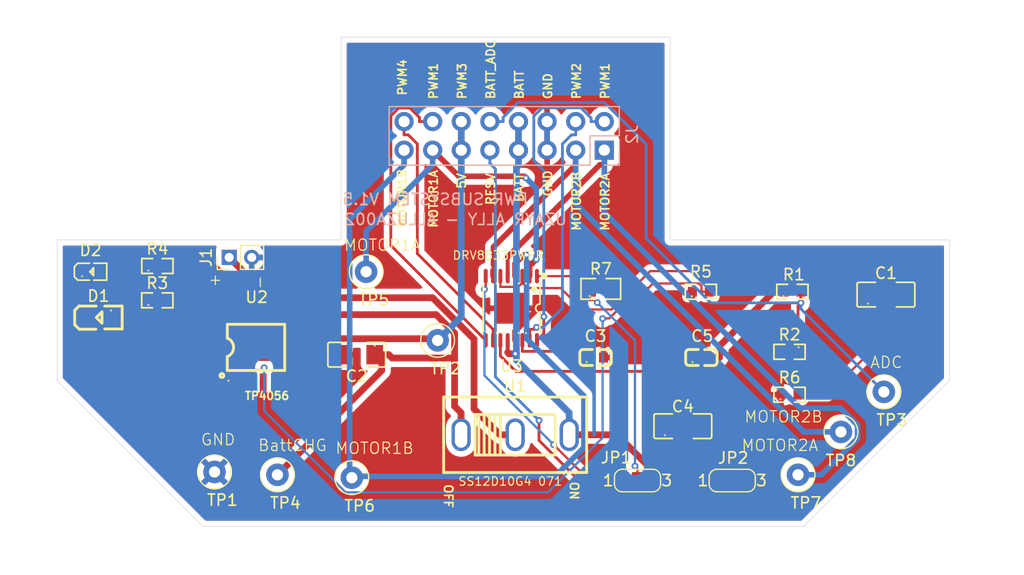
<source format=kicad_pcb>
(kicad_pcb (version 20240108) (generator "pcbnew") (generator_version "8.0")
  (layers (0 "F.Cu" signal) (31 "B.Cu" signal) (34 "B.Paste" user) (35 "F.Paste" user) (36 "B.SilkS" user "B.Silkscreen") (37 "F.SilkS" user "F.Silkscreen") (38 "B.Mask" user) (39 "F.Mask" user) (44 "Edge.Cuts" user))
  (net 0 "")
  (net 1 "/BATT_CHARGE")
  (net 2 "GND")
  (net 3 "/BATT_ADC")
  (net 4 "Net-(U3-VINT)")
  (net 5 "Net-(U3-VCP)")
  (net 6 "/BATT")
  (net 7 "/5V")
  (net 8 "Net-(D1-K)")
  (net 9 "Net-(D2-K)")
  (net 10 "/VBAT_+")
  (net 11 "/MOTOR1_B")
  (net 12 "/MOTOR2_A")
  (net 13 "/PWM3")
  (net 14 "/PWM4")
  (net 15 "/PWM1")
  (net 16 "/RESV")
  (net 17 "/MOTOR1_A")
  (net 18 "/MOTOR2_B")
  (net 19 "/PWM2")
  (net 20 "Net-(JP1-C)")
  (net 21 "Net-(JP2-C)")
  (net 22 "Net-(U2-CHRG#)")
  (net 23 "Net-(U3-AISEN)")
  (net 24 "Net-(U3-nSleep)")
  (net 25 "Net-(U2-STDBY#)")
  (net 26 "Net-(U2-PROG)")
  (footprint "Connector_PinHeader_2.00mm:PinHeader_1x02_P2.00mm_Vertical" (layer "F.Cu") (at 121.19 95.25 90)
    (property "Reference" "J1" (at 0 -2.06 -90) (layer "F.SilkS"))
    (property "Value" "Conn_01x02_Pin")
    (pad "1" thru_hole rect (at 0 0 90) (size 1.35 1.35) (drill 0.8) (layers "*.Cu" "*.Mask") (net 10 "/VBAT_+"))
    (pad "2" thru_hole oval (at 0 2 90) (size 1.35 1.35) (drill 0.8) (layers "*.Cu" "*.Mask") (net 2 "GND"))
  )
  (footprint "TestPoint:TestPoint_Loop_D1.80mm_Drill1.0mm_Beaded" (layer "F.Cu") (at 179.324 107.188)
    (property "Reference" "TP3" (at 0.7 2.5 0) (layer "F.SilkS"))
    (property "Value" "TestPoint")
    (pad "1" thru_hole circle (at 0 0) (size 2 2) (drill 1) (layers "*.Cu" "*.Mask") (net 3 "/BATT_ADC"))
  )
  (footprint "TestPoint:TestPoint_Loop_D1.80mm_Drill1.0mm_Beaded" (layer "F.Cu") (at 119.888 114.3)
    (property "Reference" "TP1" (at 0.7 2.5 0) (layer "F.SilkS"))
    (property "Value" "TestPoint")
    (pad "1" thru_hole circle (at 0 0) (size 2 2) (drill 1) (layers "*.Cu" "*.Mask") (net 2 "GND"))
  )
  (footprint "Jumper:SolderJumper-3_P1.3mm_Open_RoundedPad1.0x1.5mm_NumberLabels" (layer "F.Cu") (at 165.862 115.062)
    (property "Reference" "JP2" (at 0.0762 -2.0066 0) (layer "F.SilkS"))
    (property "Value" "nFault")
    (fp_text user "1" (at -2.6 0 0) (layer "F.SilkS"))
    (fp_text user "3" (at 2.6 0 0) (layer "F.SilkS"))
    (pad "1" smd custom (at -1.3 0) (size 1 0.5) (layers "F.Cu" "F.Mask") (net 2 "GND") (options (clearance outline) (anchor rect)) (primitives (gr_circle (center 0 0.25) (end 0.5 0.25) (width 0) (fill yes)) (gr_circle (center 0 -0.25) (end 0.5 -0.25) (width 0) (fill yes)) (gr_poly (pts (xy 0.55 0.75) (xy 0 0.75) (xy 0 -0.75) (xy 0.55 -0.75)) (width 0) (fill yes))))
    (pad "2" smd rect (at 0 0) (size 1 1.5) (layers "F.Cu" "F.Mask") (net 21 "Net-(JP2-C)"))
    (pad "3" smd custom (at 1.3 0) (size 1 0.5) (layers "F.Cu" "F.Mask") (net 16 "/RESV") (options (clearance outline) (anchor rect)) (primitives (gr_circle (center 0 0.25) (end 0.5 0.25) (width 0) (fill yes)) (gr_circle (center 0 -0.25) (end 0.5 -0.25) (width 0) (fill yes)) (gr_poly (pts (xy 0 0.75) (xy -0.55 0.75) (xy -0.55 -0.75) (xy 0 -0.75)) (width 0) (fill yes))))
  )
  (footprint "TestPoint:TestPoint_Loop_D1.80mm_Drill1.0mm_Beaded" (layer "F.Cu") (at 175.514 110.744)
    (property "Reference" "TP8" (at 0 2.54 0) (layer "F.SilkS"))
    (property "Value" "TestPoint")
    (pad "1" thru_hole circle (at 0 0) (size 2 2) (drill 1) (layers "*.Cu" "*.Mask") (net 18 "/MOTOR2_B"))
  )
  (footprint "TestPoint:TestPoint_Loop_D1.80mm_Drill1.0mm_Beaded" (layer "F.Cu") (at 139.7 102.616)
    (property "Reference" "TP2" (at 0.7 2.5 0) (layer "F.SilkS"))
    (property "Value" "TestPoint")
    (pad "1" thru_hole circle (at 0 0) (size 2 2) (drill 1) (layers "*.Cu" "*.Mask") (net 7 "/5V"))
  )
  (footprint "TestPoint:TestPoint_Loop_D1.80mm_Drill1.0mm_Beaded" (layer "F.Cu") (at 132.08 114.808)
    (property "Reference" "TP6" (at 0.7 2.5 0) (layer "F.SilkS"))
    (property "Value" "TestPoint")
    (pad "1" thru_hole circle (at 0 0) (size 2 2) (drill 1) (layers "*.Cu" "*.Mask") (net 11 "/MOTOR1_B"))
  )
  (footprint "footprint:C1206" (layer "F.Cu") (at 132.5194 103.886 180)
    (property "Reference" "C2" (at 0 -1.905 180) (layer "F.SilkS"))
    (property "Value" "10uF")
    (pad "1" smd rect (at -1.592583 0 180) (size 1.485014 1.727991) (layers "F.Cu" "F.Paste" "F.Mask") (net 1 "/BATT_CHARGE"))
    (pad "2" smd rect (at 1.592583 0 180) (size 1.485014 1.727991) (layers "F.Cu" "F.Paste" "F.Mask") (net 2 "GND"))
  )
  (footprint "footprint:C1206" (layer "F.Cu") (at 161.4754 110.236)
    (property "Reference" "C4" (at 0 -1.749045 0) (layer "F.SilkS"))
    (property "Value" "10uF")
    (pad "1" smd rect (at -1.592583 0) (size 1.485014 1.727991) (layers "F.Cu" "F.Paste" "F.Mask") (net 5 "Net-(U3-VCP)"))
    (pad "2" smd rect (at 1.592583 0) (size 1.485014 1.727991) (layers "F.Cu" "F.Paste" "F.Mask") (net 2 "GND"))
  )
  (footprint "footprint:LED0603-RD" (layer "F.Cu") (at 108.9285 96.5234)
    (property "Reference" "D2" (at -0.049568 -1.908429 0) (layer "F.SilkS"))
    (property "Value" "RED")
    (pad "1" smd rect (at -0.799467 0.003429 90) (size 0.8 0.8) (layers "F.Cu" "F.Paste" "F.Mask") (net 9 "Net-(D2-K)"))
    (pad "2" smd rect (at 0.799467 -0.003429 90) (size 0.8 0.8) (layers "F.Cu" "F.Paste" "F.Mask") (net 7 "/5V"))
  )
  (footprint "footprint:R0603" (layer "F.Cu") (at 171.2046 98.298)
    (property "Reference" "R1" (at 0.1234 -1.524 0) (layer "F.SilkS"))
    (property "Value" "1k")
    (pad "1" smd rect (at -0.753366 0) (size 0.806477 0.864008) (layers "F.Cu" "F.Paste" "F.Mask") (net 6 "/BATT"))
    (pad "2" smd rect (at 0.753366 0) (size 0.806477 0.864008) (layers "F.Cu" "F.Paste" "F.Mask") (net 3 "/BATT_ADC"))
  )
  (footprint "footprint:C0603" (layer "F.Cu") (at 153.732 104.14)
    (property "Reference" "C3" (at -0.007722 -1.905 0) (layer "F.SilkS"))
    (property "Value" "2.2uF")
    (pad "1" smd rect (at -0.700025 0) (size 0.8 0.9) (layers "F.Cu" "F.Paste" "F.Mask") (net 4 "Net-(U3-VINT)"))
    (pad "2" smd rect (at 0.700025 0) (size 0.8 0.9) (layers "F.Cu" "F.Paste" "F.Mask") (net 2 "GND"))
  )
  (footprint "footprint:R0603" (layer "F.Cu") (at 170.9506 103.632 180)
    (property "Reference" "R2" (at 0 1.524 180) (layer "F.SilkS"))
    (property "Value" "1k")
    (pad "1" smd rect (at -0.753366 0 180) (size 0.806477 0.864008) (layers "F.Cu" "F.Paste" "F.Mask") (net 3 "/BATT_ADC"))
    (pad "2" smd rect (at 0.753366 0 180) (size 0.806477 0.864008) (layers "F.Cu" "F.Paste" "F.Mask") (net 2 "GND"))
  )
  (footprint "footprint:R0603" (layer "F.Cu") (at 114.8166 96.012)
    (property "Reference" "R4" (at 0 -1.524 0) (layer "F.SilkS"))
    (property "Value" "1k")
    (pad "1" smd rect (at -0.753366 0) (size 0.806477 0.864008) (layers "F.Cu" "F.Paste" "F.Mask") (net 8 "Net-(D1-K)"))
    (pad "2" smd rect (at 0.753366 0) (size 0.806477 0.864008) (layers "F.Cu" "F.Paste" "F.Mask") (net 25 "Net-(U2-STDBY#)"))
  )
  (footprint "TestPoint:TestPoint_Loop_D1.80mm_Drill1.0mm_Beaded" (layer "F.Cu") (at 133.35 96.52)
    (property "Reference" "TP5" (at 0.7 2.5 0) (layer "F.SilkS"))
    (property "Value" "TestPoint")
    (pad "1" thru_hole circle (at 0 0) (size 2 2) (drill 1) (layers "*.Cu" "*.Mask") (net 17 "/MOTOR1_A"))
  )
  (footprint "footprint:SW-TH_SHOU-HAN_SS12D10G4" (layer "F.Cu") (at 146.584 110.998)
    (property "Reference" "U1" (at 0.000051 -4.318 0) (layer "F.SilkS"))
    (property "Value" "SS12D10G4_071")
    (pad "1" thru_hole oval (at -4.799975 0) (size 1.7 2.9) (drill oval 1.100025 2.3) (layers "*.Cu" "*.Mask") (net 1 "/BATT_CHARGE"))
    (pad "2" thru_hole oval (at 0.000127 0) (size 1.7 2.9) (drill oval 1.100025 2.3) (layers "*.Cu" "*.Mask") (net 10 "/VBAT_+"))
    (pad "3" thru_hole oval (at 4.799975 0) (size 1.7 2.9) (drill oval 1.100025 2.3) (layers "*.Cu" "*.Mask") (net 6 "/BATT"))
  )
  (footprint "footprint:R0805" (layer "F.Cu") (at 154.194 98.044)
    (property "Reference" "R7" (at 0 -1.778 0) (layer "F.SilkS"))
    (property "Value" "22k")
    (pad "1" smd rect (at -1 0) (size 1.132537 1.377013) (layers "F.Cu" "F.Paste" "F.Mask") (net 20 "Net-(JP1-C)"))
    (pad "2" smd rect (at 1 0) (size 1.132537 1.377013) (layers "F.Cu" "F.Paste" "F.Mask") (net 24 "Net-(U3-nSleep)"))
  )
  (footprint "TestPoint:TestPoint_Loop_D1.80mm_Drill1.0mm_Beaded" (layer "F.Cu") (at 171.704 114.554)
    (property "Reference" "TP7" (at 0.7 2.5 0) (layer "F.SilkS"))
    (property "Value" "TestPoint")
    (pad "1" thru_hole circle (at 0 0) (size 2 2) (drill 1) (layers "*.Cu" "*.Mask") (net 12 "/MOTOR2_A"))
  )
  (footprint "TestPoint:TestPoint_Loop_D1.80mm_Drill1.0mm_Beaded" (layer "F.Cu") (at 125.476 114.554)
    (property "Reference" "TP4" (at 0.7 2.5 0) (layer "F.SilkS"))
    (property "Value" "TestPoint")
    (pad "1" thru_hole circle (at 0 0) (size 2 2) (drill 1) (layers "*.Cu" "*.Mask") (net 1 "/BATT_CHARGE"))
  )
  (footprint "footprint:ESOP-8_L4.9-W3.9-P1.27-LS6.0-BL-EP" (layer "F.Cu") (at 123.571 103.2383)
    (property "Reference" "U2" (at 0.0584 -4.4577 0) (layer "F.SilkS"))
    (property "Value" "TP4056")
    (pad "1" smd rect (at -1.905004 2.908306) (size 0.6 1.2) (layers "F.Cu" "F.Paste" "F.Mask") (net 2 "GND"))
    (pad "2" smd rect (at -0.635001 2.908306) (size 0.6 1.2) (layers "F.Cu" "F.Paste" "F.Mask") (net 26 "Net-(U2-PROG)"))
    (pad "3" smd rect (at 0.635001 2.908306) (size 0.6 1.2) (layers "F.Cu" "F.Paste" "F.Mask") (net 2 "GND"))
    (pad "4" smd rect (at 1.905004 2.908306) (size 0.6 1.2) (layers "F.Cu" "F.Paste" "F.Mask") (net 7 "/5V"))
    (pad "5" smd rect (at 1.905004 -2.908306) (size 0.6 1.2) (layers "F.Cu" "F.Paste" "F.Mask") (net 1 "/BATT_CHARGE"))
    (pad "6" smd rect (at 0.635001 -2.908306) (size 0.6 1.2) (layers "F.Cu" "F.Paste" "F.Mask") (net 25 "Net-(U2-STDBY#)"))
    (pad "7" smd rect (at -0.635001 -2.908306) (size 0.6 1.2) (layers "F.Cu" "F.Paste" "F.Mask") (net 22 "Net-(U2-CHRG#)"))
    (pad "8" smd rect (at -1.905004 -2.908306) (size 0.6 1.2) (layers "F.Cu" "F.Paste" "F.Mask") (net 7 "/5V"))
    (pad "9" smd rect (at 0 0 180) (size 3.3 2.4) (layers "F.Cu" "F.Paste" "F.Mask"))
  )
  (footprint "footprint:C1206" (layer "F.Cu") (at 179.5094 98.552)
    (property "Reference" "C1" (at 0 -1.905 0) (layer "F.SilkS"))
    (property "Value" "10uF")
    (pad "1" smd rect (at -1.592583 0) (size 1.485014 1.727991) (layers "F.Cu" "F.Paste" "F.Mask") (net 3 "/BATT_ADC"))
    (pad "2" smd rect (at 1.592583 0) (size 1.485014 1.727991) (layers "F.Cu" "F.Paste" "F.Mask") (net 2 "GND"))
  )
  (footprint "footprint:LED0805-R-RD" (layer "F.Cu") (at 109.6937 100.584)
    (property "Reference" "D1" (at -0.11557 -1.905 0) (layer "F.SilkS"))
    (property "Value" "GREEN")
    (pad "1" smd rect (at 1.050292 0 180) (size 1 1.399543) (layers "F.Cu" "F.Paste" "F.Mask") (net 8 "Net-(D1-K)"))
    (pad "2" smd rect (at -1.050292 0 180) (size 1 1.399543) (layers "F.Cu" "F.Paste" "F.Mask") (net 7 "/5V"))
  )
  (footprint "footprint:R0603" (layer "F.Cu") (at 170.9506 107.442)
    (property "Reference" "R6" (at 0 -1.524 0) (layer "F.SilkS"))
    (property "Value" "0")
    (pad "1" smd rect (at -0.753366 0) (size 0.806477 0.864008) (layers "F.Cu" "F.Paste" "F.Mask") (net 2 "GND"))
    (pad "2" smd rect (at 0.753366 0) (size 0.806477 0.864008) (layers "F.Cu" "F.Paste" "F.Mask") (net 23 "Net-(U3-AISEN)"))
  )
  (footprint "footprint:C0603" (layer "F.Cu") (at 163.13 104.14)
    (property "Reference" "C5" (at 0.065025 -1.905 0) (layer "F.SilkS"))
    (property "Value" "2.2uF")
    (pad "1" smd rect (at -0.700025 0) (size 0.8 0.9) (layers "F.Cu" "F.Paste" "F.Mask") (net 5 "Net-(U3-VCP)"))
    (pad "2" smd rect (at 0.700025 0) (size 0.8 0.9) (layers "F.Cu" "F.Paste" "F.Mask") (net 6 "/BATT"))
  )
  (footprint "footprint:TSSOP-16_L5.0-W4.4-P0.65-LS6.4-BL-EP" (layer "F.Cu") (at 146.2465 99.7618 180)
    (property "Reference" "U3" (at -0.020003 -5.136 180) (layer "F.SilkS"))
    (property "Value" "DRV8833PWP")
    (pad "1" smd oval (at -2.275083 2.850013 180) (size 0.350013 1.3) (layers "F.Cu" "F.Paste" "F.Mask") (net 24 "Net-(U3-nSleep)"))
    (pad "2" smd oval (at -1.625095 2.850013 180) (size 0.350013 1.3) (layers "F.Cu" "F.Paste" "F.Mask") (net 17 "/MOTOR1_A"))
    (pad "3" smd oval (at -0.975108 2.850013 180) (size 0.350013 1.3) (layers "F.Cu" "F.Paste" "F.Mask") (net 23 "Net-(U3-AISEN)"))
    (pad "4" smd oval (at -0.324867 2.850013 180) (size 0.350013 1.3) (layers "F.Cu" "F.Paste" "F.Mask") (net 11 "/MOTOR1_B"))
    (pad "5" smd oval (at 0.325121 2.850013 180) (size 0.350013 1.3) (layers "F.Cu" "F.Paste" "F.Mask") (net 12 "/MOTOR2_A"))
    (pad "6" smd oval (at 0.975108 2.850013 180) (size 0.350013 1.3) (layers "F.Cu" "F.Paste" "F.Mask") (net 23 "Net-(U3-AISEN)"))
    (pad "7" smd oval (at 1.625095 2.850013 180) (size 0.350013 1.3) (layers "F.Cu" "F.Paste" "F.Mask") (net 18 "/MOTOR2_B"))
    (pad "8" smd oval (at 2.275083 2.850013 180) (size 0.350013 1.3) (layers "F.Cu" "F.Paste" "F.Mask") (net 21 "Net-(JP2-C)"))
    (pad "9" smd oval (at 2.275083 -2.850013 180) (size 0.350013 1.3) (layers "F.Cu" "F.Paste" "F.Mask") (net 13 "/PWM3"))
    (pad "10" smd oval (at 1.625095 -2.850013 180) (size 0.350013 1.3) (layers "F.Cu" "F.Paste" "F.Mask") (net 14 "/PWM4"))
    (pad "11" smd oval (at 0.975108 -2.850013 180) (size 0.350013 1.3) (layers "F.Cu" "F.Paste" "F.Mask") (net 5 "Net-(U3-VCP)"))
    (pad "12" smd oval (at 0.325121 -2.850013 180) (size 0.350013 1.3) (layers "F.Cu" "F.Paste" "F.Mask") (net 6 "/BATT"))
    (pad "13" smd oval (at -0.324867 -2.850013 180) (size 0.350013 1.3) (layers "F.Cu" "F.Paste" "F.Mask") (net 2 "GND"))
    (pad "14" smd oval (at -0.975108 -2.850013 180) (size 0.350013 1.3) (layers "F.Cu" "F.Paste" "F.Mask") (net 4 "Net-(U3-VINT)"))
    (pad "15" smd oval (at -1.625095 -2.850013 180) (size 0.350013 1.3) (layers "F.Cu" "F.Paste" "F.Mask") (net 19 "/PWM2"))
    (pad "16" smd oval (at -2.275083 -2.850013 180) (size 0.350013 1.3) (layers "F.Cu" "F.Paste" "F.Mask") (net 15 "/PWM1"))
    (pad "17" smd rect (at 0 0 180) (size 2.740005 2.740005) (layers "F.Cu" "F.Paste" "F.Mask") (net 2 "GND"))
  )
  (footprint "Jumper:SolderJumper-3_P1.3mm_Open_RoundedPad1.0x1.5mm_NumberLabels" (layer "F.Cu") (at 157.45 115.062)
    (property "Reference" "JP1" (at -1.9004 -2.032 0) (layer "F.SilkS"))
    (property "Value" "nSleep")
    (fp_text user "1" (at -2.6 0 0) (layer "F.SilkS"))
    (fp_text user "3" (at 2.6 0 0) (layer "F.SilkS"))
    (pad "1" smd custom (at -1.3 0) (size 1 0.5) (layers "F.Cu" "F.Mask") (net 2 "GND") (options (clearance outline) (anchor rect)) (primitives (gr_circle (center 0 0.25) (end 0.5 0.25) (width 0) (fill yes)) (gr_circle (center 0 -0.25) (end 0.5 -0.25) (width 0) (fill yes)) (gr_poly (pts (xy 0.55 0.75) (xy 0 0.75) (xy 0 -0.75) (xy 0.55 -0.75)) (width 0) (fill yes))))
    (pad "2" smd rect (at 0 0) (size 1 1.5) (layers "F.Cu" "F.Mask") (net 20 "Net-(JP1-C)"))
    (pad "3" smd custom (at 1.3 0) (size 1 0.5) (layers "F.Cu" "F.Mask") (net 6 "/BATT") (options (clearance outline) (anchor rect)) (primitives (gr_circle (center 0 0.25) (end 0.5 0.25) (width 0) (fill yes)) (gr_circle (center 0 -0.25) (end 0.5 -0.25) (width 0) (fill yes)) (gr_poly (pts (xy 0 0.75) (xy -0.55 0.75) (xy -0.55 -0.75) (xy 0 -0.75)) (width 0) (fill yes))))
  )
  (footprint "footprint:R0603" (layer "F.Cu") (at 114.808 99.06)
    (property "Reference" "R3" (at 0 -1.524 0) (layer "F.SilkS"))
    (property "Value" "1k")
    (pad "1" smd rect (at -0.753366 0) (size 0.806477 0.864008) (layers "F.Cu" "F.Paste" "F.Mask") (net 9 "Net-(D2-K)"))
    (pad "2" smd rect (at 0.753366 0) (size 0.806477 0.864008) (layers "F.Cu" "F.Paste" "F.Mask") (net 22 "Net-(U2-CHRG#)"))
  )
  (footprint "footprint:R0603" (layer "F.Cu") (at 163.0766 98.298)
    (property "Reference" "R5" (at 0 -1.778 0) (layer "F.SilkS"))
    (property "Value" "3k")
    (pad "1" smd rect (at -0.753366 0) (size 0.806477 0.864008) (layers "F.Cu" "F.Paste" "F.Mask") (net 2 "GND"))
    (pad "2" smd rect (at 0.753366 0) (size 0.806477 0.864008) (layers "F.Cu" "F.Paste" "F.Mask") (net 26 "Net-(U2-PROG)"))
  )
  (footprint "Connector_PinHeader_2.54mm:PinHeader_2x08_P2.54mm_Vertical" (layer "B.Cu") (at 154.5006 85.725 90)
    (property "Reference" "J2" (at 1.397 2.4714 -90) (layer "B.SilkS") (effects (justify mirror)))
    (property "Value" "Conn_02x08_Odd_Even")
    (pad "1" thru_hole rect (at 0 0 90) (size 1.7 1.7) (drill 1) (layers "*.Cu" "*.Mask") (net 12 "/MOTOR2_A"))
    (pad "2" thru_hole oval (at 2.54 0 90) (size 1.7 1.7) (drill 1) (layers "*.Cu" "*.Mask") (net 15 "/PWM1"))
    (pad "3" thru_hole oval (at 0 -2.54 90) (size 1.7 1.7) (drill 1) (layers "*.Cu" "*.Mask") (net 18 "/MOTOR2_B"))
    (pad "4" thru_hole oval (at 2.54 -2.54 90) (size 1.7 1.7) (drill 1) (layers "*.Cu" "*.Mask") (net 19 "/PWM2"))
    (pad "5" thru_hole oval (at 0 -5.08 90) (size 1.7 1.7) (drill 1) (layers "*.Cu" "*.Mask") (net 2 "GND"))
    (pad "6" thru_hole oval (at 2.54 -5.08 90) (size 1.7 1.7) (drill 1) (layers "*.Cu" "*.Mask") (net 2 "GND"))
    (pad "7" thru_hole oval (at 0 -7.62 90) (size 1.7 1.7) (drill 1) (layers "*.Cu" "*.Mask") (net 6 "/BATT"))
    (pad "8" thru_hole oval (at 2.54 -7.62 90) (size 1.7 1.7) (drill 1) (layers "*.Cu" "*.Mask") (net 6 "/BATT"))
    (pad "9" thru_hole oval (at 0 -10.16 90) (size 1.7 1.7) (drill 1) (layers "*.Cu" "*.Mask") (net 16 "/RESV"))
    (pad "10" thru_hole oval (at 2.54 -10.16 90) (size 1.7 1.7) (drill 1) (layers "*.Cu" "*.Mask") (net 3 "/BATT_ADC"))
    (pad "11" thru_hole oval (at 0 -12.7 90) (size 1.7 1.7) (drill 1) (layers "*.Cu" "*.Mask") (net 7 "/5V"))
    (pad "12" thru_hole oval (at 2.54 -12.7 90) (size 1.7 1.7) (drill 1) (layers "*.Cu" "*.Mask") (net 7 "/5V"))
    (pad "13" thru_hole oval (at 0 -15.24 90) (size 1.7 1.7) (drill 1) (layers "*.Cu" "*.Mask") (net 17 "/MOTOR1_A"))
    (pad "14" thru_hole oval (at 2.54 -15.24 90) (size 1.7 1.7) (drill 1) (layers "*.Cu" "*.Mask") (net 13 "/PWM3"))
    (pad "15" thru_hole oval (at 0 -17.78 90) (size 1.7 1.7) (drill 1) (layers "*.Cu" "*.Mask") (net 11 "/MOTOR1_B"))
    (pad "16" thru_hole oval (at 2.54 -17.78 90) (size 1.7 1.7) (drill 1) (layers "*.Cu" "*.Mask") (net 14 "/PWM4"))
  )
  (gr_line (start 105.918 106.172) (end 118.872 119.126) (stroke (width 0.05)) (layer "Edge.Cuts"))
  (gr_line (start 118.872 119.126) (end 172.212 119.126) (stroke (width 0.05)) (layer "Edge.Cuts"))
  (gr_line (start 185.166 93.692) (end 185.166 106.172) (stroke (width 0.05)) (layer "Edge.Cuts"))
  (gr_line (start 160.3502 75.692) (end 160.3502 93.692) (stroke (width 0.05)) (layer "Edge.Cuts"))
  (gr_line (start 116.1614 93.692) (end 131.1326 93.692) (stroke (width 0.05)) (layer "Edge.Cuts"))
  (gr_line (start 161.29 93.692) (end 160.3502 93.692) (stroke (width 0.05)) (layer "Edge.Cuts"))
  (gr_line (start 185.166 106.172) (end 172.212 119.126) (stroke (width 0.05)) (layer "Edge.Cuts"))
  (gr_line (start 131.1326 75.692) (end 160.3502 75.692) (stroke (width 0.05)) (layer "Edge.Cuts"))
  (gr_line (start 105.918 93.692) (end 105.918 106.172) (stroke (width 0.05)) (layer "Edge.Cuts"))
  (gr_line (start 175.1614 93.692) (end 161.29 93.692) (stroke (width 0.05)) (layer "Edge.Cuts"))
  (gr_line (start 175.1614 93.692) (end 185.166 93.692) (stroke (width 0.05)) (layer "Edge.Cuts"))
  (gr_line (start 131.1326 93.692) (end 131.1326 75.692) (stroke (width 0.05)) (layer "Edge.Cuts"))
  (gr_line (start 116.1614 93.692) (end 105.918 93.692) (stroke (width 0.05)) (layer "Edge.Cuts"))
  (gr_text "UZAYR ALLY - ALLUZA002" (at 131.318 92.456 0) (layer "B.SilkS") (effects (font (size 1 1)) (justify right bottom mirror)))
  (gr_text "PWR SUBSYSTEM V1.5" (at 147.828 90.678 0) (layer "B.SilkS") (effects (font (size 1 1)) (justify left bottom mirror)))
  (gr_text "MOTOR2B" (at 166.878 109.982 0) (layer "F.SilkS") (effects (font (size 1 1) (thickness 0.1)) (justify left bottom)))
  (gr_text "MOTOR2A\n" (at 166.624 112.522 0) (layer "F.SilkS") (effects (font (size 1 1) (thickness 0.1)) (justify left bottom)))
  (gr_text "PWM4" (at 137.0076 80.9498 90) (layer "F.SilkS") (effects (font (size 0.75 0.75)) (justify left bottom)))
  (gr_text "ON" (at 151.384 115.0874 270) (layer "F.SilkS") (effects (font (size 0.75 0.75) (thickness 0.15) (bold yes)) (justify left bottom)))
  (gr_text "5V" (at 142.2654 89.2302 90) (layer "F.SilkS") (effects (font (size 0.75 0.75)) (justify left bottom)))
  (gr_text "PWM1" (at 139.7686 81.28 90) (layer "F.SilkS") (effects (font (size 0.75 0.75)) (justify left bottom)))
  (gr_text "MOTOR1B" (at 136.9746 92.71 90) (layer "F.SilkS") (effects (font (size 0.75 0.75)) (justify left bottom)))
  (gr_text "MOTOR1A" (at 131.318 94.742 0) (layer "F.SilkS") (effects (font (size 1 1) (thickness 0.1)) (justify left bottom)))
  (gr_text "BATT_ADC" (at 144.8486 81.28 90) (layer "F.SilkS") (effects (font (size 0.75 0.75)) (justify left bottom)))
  (gr_text "GND" (at 118.618 112.014 0) (layer "F.SilkS") (effects (font (size 1 1) (thickness 0.1)) (justify left bottom)))
  (gr_text "PWM1" (at 155.0086 81.28 90) (layer "F.SilkS") (effects (font (size 0.75 0.75)) (justify left bottom)))
  (gr_text "MOTOR1A" (at 139.7686 92.71 90) (layer "F.SilkS") (effects (font (size 0.75 0.75)) (justify left bottom)))
  (gr_text "+" (at 120.65 97.79 0) (layer "F.SilkS") (effects (font (size 1 1) (thickness 0.1)) (justify left bottom mirror)))
  (gr_text "PWM3" (at 142.3086 81.28 90) (layer "F.SilkS") (effects (font (size 0.75 0.75)) (justify left bottom)))
  (gr_text "ADC" (at 178.054 105.156 0) (layer "F.SilkS") (effects (font (size 1 1) (thickness 0.1)) (justify left bottom)))
  (gr_text "OFF" (at 140.208 115.316 270) (layer "F.SilkS") (effects (font (size 0.75 0.75) (thickness 0.15) (bold yes)) (justify left bottom)))
  (gr_text "BattCHG" (at 123.698 112.522 0) (layer "F.SilkS") (effects (font (size 1 1) (thickness 0.1)) (justify left bottom)))
  (gr_text "MOTOR2A" (at 155.0086 92.964 90) (layer "F.SilkS") (effects (font (size 0.75 0.75)) (justify left bottom)))
  (gr_text "MOTOR1B" (at 130.556 112.776 0) (layer "F.SilkS") (effects (font (size 1 1) (thickness 0.1)) (justify left bottom)))
  (gr_text "TP4056" (at 122.4966 107.95 0) (layer "F.SilkS") (effects (font (size 0.7 0.7)) (justify left bottom)))
  (gr_text "RESV" (at 144.8486 90.678 90) (layer "F.SilkS") (effects (font (size 0.75 0.75)) (justify left bottom)))
  (gr_text "DRV8833PWPR" (at 140.97 95.504 0) (layer "F.SilkS") (effects (font (size 0.75 0.75) (thickness 0.1)) (justify left bottom)))
  (gr_text "GND" (at 149.9286 81.28 90) (layer "F.SilkS") (effects (font (size 0.75 0.75)) (justify left bottom)))
  (gr_text "MOTOR2B" (at 152.4686 92.964 90) (layer "F.SilkS") (effects (font (size 0.75 0.75)) (justify left bottom)))
  (gr_text "BATT" (at 147.3886 90.424 90) (layer "F.SilkS") (effects (font (size 0.75 0.75)) (justify left bottom)))
  (gr_text "GND" (at 149.9286 89.916 90) (layer "F.SilkS") (effects (font (size 0.75 0.75)) (justify left bottom)))
  (gr_text "-" (at 124.46 96.774 90) (layer "F.SilkS") (effects (font (size 1 1) (thickness 0.1)) (justify left bottom mirror)))
  (gr_text "BATT" (at 147.3886 81.28 90) (layer "F.SilkS") (effects (font (size 0.75 0.75)) (justify left bottom)))
  (gr_text "PWM2" (at 152.4686 81.28 90) (layer "F.SilkS") (effects (font (size 0.75 0.75)) (justify left bottom)))
  (gr_text "SS12D10G4 071" (at 141.478 115.57 0) (layer "F.SilkS") (effects (font (size 0.75 0.75) (thickness 0.1)) (justify left bottom)))
  (segment (start 141.2041 104.1823) (end 141.2041 108.4664) (width 0.6) (layer "F.Cu") (net 1))
  (segment (start 134.7341 103.886) (end 135.3562 103.886) (width 0.6) (layer "F.Cu") (net 1))
  (segment (start 134.112 103.886) (end 134.7341 103.886) (width 0.6) (layer "F.Cu") (net 1))
  (segment (start 139.5699 100.33) (end 141.2041 101.9642) (width 0.6) (layer "F.Cu") (net 1))
  (segment (start 135.6525 104.1823) (end 135.3562 103.886) (width 0.6) (layer "F.Cu") (net 1))
  (segment (start 141.784 110.998) (end 141.784 109.0463) (width 0.6) (layer "F.Cu") (net 1))
  (segment (start 141.2041 101.9642) (end 141.2041 104.1823) (width 0.6) (layer "F.Cu") (net 1))
  (segment (start 141.2041 108.4664) (end 141.784 109.0463) (width 0.6) (layer "F.Cu") (net 1))
  (segment (start 125.476 100.33) (end 139.5699 100.33) (width 0.6) (layer "F.Cu") (net 1))
  (segment (start 134.7341 103.886) (end 134.7341 105.2959) (width 0.6) (layer "F.Cu") (net 1))
  (segment (start 134.7341 105.2959) (end 125.476 114.554) (width 0.6) (layer "F.Cu") (net 1))
  (segment (start 141.2041 104.1823) (end 135.6525 104.1823) (width 0.6) (layer "F.Cu") (net 1))
  (segment (start 149.438061 99.761) (end 150.114 100.436939) (width 0.5) (layer "F.Cu") (net 2))
  (segment (start 156.15 115.062) (end 156.15 115.912) (width 0.5) (layer "F.Cu") (net 2))
  (segment (start 146.5966 99.7618) (end 146.5714 99.787) (width 0.6) (layer "F.Cu") (net 2))
  (segment (start 124.206 106.1466) (end 124.206 107.2483) (width 0.6) (layer "F.Cu") (net 2))
  (segment (start 148.622194 99.761) (end 149.438061 99.761) (width 0.5) (layer "F.Cu") (net 2))
  (segment (start 146.571367 102.611813) (end 146.571367 101.811827) (width 0.5) (layer "F.Cu") (net 2))
  (segment (start 181.102 98.552) (end 180.791 98.552) (width 0.6) (layer "F.Cu") (net 2))
  (segment (start 146.2465 99.7618) (end 146.5966 99.7618) (width 0.6) (layer "F.Cu") (net 2))
  (segment (start 156.15 115.912) (end 156.505 116.267) (width 0.5) (layer "F.Cu") (net 2))
  (segment (start 146.571367 101.811827) (end 148.622194 99.761) (width 0.5) (layer "F.Cu") (net 2))
  (segment (start 156.505 116.267) (end 161.101 116.267) (width 0.5) (layer "F.Cu") (net 2))
  (segment (start 180.2551 98.539) (end 180.268 98.552) (width 0.6) (layer "F.Cu") (net 2))
  (segment (start 161.101 116.267) (end 161.544 115.824) (width 0.5) (layer "F.Cu") (net 2))
  (segment (start 180.268 98.552) (end 180.791 98.552) (width 0.6) (layer "F.Cu") (net 2))
  (segment (start 150.114 100.436939) (end 150.114 101.854) (width 0.5) (layer "F.Cu") (net 2))
  (segment (start 171.958 99.2824) (end 171.958 98.552) (width 0.25) (layer "F.Cu") (net 3))
  (segment (start 171.958 98.552) (end 171.958 98.298) (width 0.25) (layer "F.Cu") (net 3))
  (segment (start 177.9168 98.552) (end 171.958 98.552) (width 0.25) (layer "F.Cu") (net 3))
  (segment (start 171.704 103.632) (end 171.704 99.5364) (width 0.25) (layer "F.Cu") (net 3))
  (segment (start 171.704 99.5364) (end 171.958 99.2824) (width 0.25) (layer "F.Cu") (net 3))
  (via (at 171.958 99.2824) (size 0.6) (drill 0.3) (layers "F.Cu" "B.Cu") (net 3))
  (segment (start 163.9508 99.2824) (end 158.2166 93.5482) (width 0.25) (layer "B.Cu") (net 3))
  (segment (start 145.5173 82.8173) (end 145.5173 83.185) (width 0.25) (layer "B.Cu") (net 3))
  (segment (start 145.5173 83.185) (end 144.3406 83.185) (width 0.25) (layer "B.Cu") (net 3))
  (segment (start 154.5201 81.4982) (end 146.8364 81.4982) (width 0.25) (layer "B.Cu") (net 3))
  (segment (start 158.2166 85.1947) (end 154.5201 81.4982) (width 0.25) (layer "B.Cu") (net 3))
  (segment (start 179.324 107.188) (end 171.958 99.822) (width 0.25) (layer "B.Cu") (net 3))
  (segment (start 146.8364 81.4982) (end 145.5173 82.8173) (width 0.25) (layer "B.Cu") (net 3))
  (segment (start 171.958 99.2824) (end 163.9508 99.2824) (width 0.25) (layer "B.Cu") (net 3))
  (segment (start 158.2166 93.5482) (end 158.2166 85.1947) (width 0.25) (layer "B.Cu") (net 3))
  (segment (start 171.958 99.822) (end 171.958 99.2824) (width 0.25) (layer "B.Cu") (net 3))
  (segment (start 153.032 104.14) (end 152.3053 104.14) (width 0.25) (layer "F.Cu") (net 4))
  (segment (start 147.2216 103.5885) (end 151.7538 103.5885) (width 0.25) (layer "F.Cu") (net 4))
  (segment (start 147.2216 102.6118) (end 147.2216 103.5885) (width 0.25) (layer "F.Cu") (net 4))
  (segment (start 151.7538 103.5885) (end 152.3053 104.14) (width 0.25) (layer "F.Cu") (net 4))
  (segment (start 145.2714 102.6118) (end 145.2714 103.9947) (width 0.25) (layer "F.Cu") (net 5))
  (segment (start 162.43 104.14) (end 161.7033 104.14) (width 0.25) (layer "F.Cu") (net 5))
  (segment (start 159.8828 105.3665) (end 159.8828 110.236) (width 0.25) (layer "F.Cu") (net 5))
  (segment (start 160.4768 105.3665) (end 161.7033 104.14) (width 0.25) (layer "F.Cu") (net 5))
  (segment (start 159.8828 105.3665) (end 160.4768 105.3665) (width 0.25) (layer "F.Cu") (net 5))
  (segment (start 145.2714 103.9947) (end 146.6432 105.3665) (width 0.25) (layer "F.Cu") (net 5))
  (segment (start 146.6432 105.3665) (end 159.8828 105.3665) (width 0.25) (layer "F.Cu") (net 5))
  (segment (start 158.538 113.9113) (end 158.538 114.85) (width 0.6) (layer "F.Cu") (net 6))
  (segment (start 164.7317 104.14) (end 164.7317 103.1126) (width 0.6) (layer "F.Cu") (net 6))
  (segment (start 158.538 113.9113) (end 155.6247 110.998) (width 0.6) (layer "F.Cu") (net 6))
  (segment (start 155.6247 110.998) (end 151.384 110.998) (width 0.6) (layer "F.Cu") (net 6))
  (segment (start 161.3277 111.1216) (end 158.538 113.9113) (width 0.6) (layer "F.Cu") (net 6))
  (segment (start 164.7317 103.1126) (end 169.5463 98.298) (width 0.6) (layer "F.Cu") (net 6))
  (segment (start 163.83 105.0917) (end 161.3277 107.594) (width 0.6) (layer "F.Cu") (net 6))
  (segment (start 145.9214 103.6878) (end 146.0384 103.8048) (width 0.6) (layer "F.Cu") (net 6))
  (segment (start 170.4512 98.298) (end 169.5463 98.298) (width 0.6) (layer "F.Cu") (net 6))
  (segment (start 161.3277 107.594) (end 161.3277 111.1216) (width 0.6) (layer "F.Cu") (net 6))
  (segment (start 163.83 104.6158) (end 163.83 105.0917) (width 0.6) (layer "F.Cu") (net 6))
  (segment (start 163.83 104.14) (end 164.7317 104.14) (width 0.6) (layer "F.Cu") (net 6))
  (segment (start 146.0384 103.8048) (end 146.5949 103.8048) (width 0.6) (layer "F.Cu") (net 6))
  (segment (start 145.9214 103.6878) (end 145.9214 102.6118) (width 0.3498) (layer "F.Cu") (net 6))
  (segment (start 158.538 114.85) (end 158.75 115.062) (width 0.6) (layer "F.Cu") (net 6))
  (segment (start 163.83 104.6158) (end 163.83 104.14) (width 0.6) (layer "F.Cu") (net 6))
  (via (at 146.5949 103.8048) (size 0.6) (drill 0.3) (layers "F.Cu" "B.Cu") (net 6))
  (segment (start 146.6986 103.8048) (end 146.6986 104.3609) (width 0.6) (layer "B.Cu") (net 6))
  (segment (start 146.8806 85.725) (end 146.8806 87.0767) (width 0.6) (layer "B.Cu") (net 6))
  (segment (start 146.8806 87.0767) (end 146.6986 87.2587) (width 0.6) (layer "B.Cu") (net 6))
  (segment (start 146.6986 87.2587) (end 146.6986 103.8048) (width 0.6) (layer "B.Cu") (net 6))
  (segment (start 151.384 110.998) (end 151.384 109.0463) (width 0.6) (layer "B.Cu") (net 6))
  (segment (start 146.8806 83.185) (end 146.8806 85.725) (width 0.6) (layer "B.Cu") (net 6))
  (segment (start 146.6986 103.8048) (end 146.5949 103.8048) (width 0.6) (layer "B.Cu") (net 6))
  (segment (start 146.6986 104.3609) (end 151.384 109.0463) (width 0.6) (layer "B.Cu") (net 6))
  (segment (start 109.728 96.52) (end 109.728 97.4217) (width 0.6) (layer "F.Cu") (net 7))
  (segment (start 125.7673 104.7536) (end 125.476 105.0449) (width 0.6) (layer "F.Cu") (net 7))
  (segment (start 121.666 100.33) (end 121.666 101.4317) (width 0.6) (layer "F.Cu") (net 7))
  (segment (start 108.6434 98.5063) (end 108.6434 100.584) (width 0.6) (layer "F.Cu") (net 7))
  (segment (start 109.9701 101.7855) (end 121.3122 101.7855) (width 0.6) (layer "F.Cu") (net 7))
  (segment (start 108.6434 100.584) (end 109.6451 100.584) (width 0.6) (layer "F.Cu") (net 7))
  (segment (start 125.7673 102.468) (end 125.7673 104.7536) (width 0.6) (layer "F.Cu") (net 7))
  (segment (start 139.552 102.468) (end 125.7673 102.468) (width 0.6) (layer "F.Cu") (net 7))
  (segment (start 121.666 101.4317) (end 125.3787 101.4317) (width 0.6) (layer "F.Cu") (net 7))
  (segment (start 125.7673 101.8203) (end 125.7673 102.468) (width 0.6) (layer "F.Cu") (net 7))
  (segment (start 109.728 97.4217) (end 108.6434 98.5063) (width 0.6) (layer "F.Cu") (net 7))
  (segment (start 125.3787 101.4317) (end 125.7673 101.8203) (width 0.6) (layer "F.Cu") (net 7))
  (segment (start 109.6451 101.4605) (end 109.9701 101.7855) (width 0.6) (layer "F.Cu") (net 7))
  (segment (start 109.6451 100.584) (end 109.6451 101.4605) (width 0.6) (layer "F.Cu") (net 7))
  (segment (start 121.3122 101.7855) (end 121.666 101.4317) (width 0.6) (layer "F.Cu") (net 7))
  (segment (start 139.7 102.616) (end 139.552 102.468) (width 0.6) (layer "F.Cu") (net 7))
  (segment (start 125.476 106.1466) (end 125.476 105.0449) (width 0.6) (layer "F.Cu") (net 7))
  (segment (start 141.8006 100.5154) (end 139.7 102.616) (width 0.6) (layer "B.Cu") (net 7))
  (segment (start 141.8006 83.185) (end 141.8006 85.725) (width 0.6) (layer "B.Cu") (net 7))
  (segment (start 141.8006 85.725) (end 141.8006 100.5154) (width 0.6) (layer "B.Cu") (net 7))
  (segment (start 114.0632 96.012) (end 114.0632 96.7707) (width 0.25) (layer "F.Cu") (net 8))
  (segment (start 110.744 100.584) (end 113.8575 100.584) (width 0.25) (layer "F.Cu") (net 8))
  (segment (start 114.7845 97.492) (end 114.0632 96.7707) (width 0.25) (layer "F.Cu") (net 8))
  (segment (start 114.7845 99.657) (end 114.7845 97.492) (width 0.25) (layer "F.Cu") (net 8))
  (segment (start 113.8575 100.584) (end 114.7845 99.657) (width 0.25) (layer "F.Cu") (net 8))
  (segment (start 108.129 96.5268) (end 108.8557 96.5268) (width 0.25) (layer "F.Cu") (net 9))
  (segment (start 113.3247 98.7863) (end 110.3317 95.7933) (width 0.25) (layer "F.Cu") (net 9))
  (segment (start 114.0546 99.06) (end 113.3247 99.06) (width 0.25) (layer "F.Cu") (net 9))
  (segment (start 110.3317 95.7933) (end 109.135 95.7933) (width 0.25) (layer "F.Cu") (net 9))
  (segment (start 108.8557 96.0726) (end 108.8557 96.5268) (width 0.25) (layer "F.Cu") (net 9))
  (segment (start 109.135 95.7933) (end 108.8557 96.0726) (width 0.25) (layer "F.Cu") (net 9))
  (segment (start 113.3247 99.06) (end 113.3247 98.7863) (width 0.25) (layer "F.Cu") (net 9))
  (segment (start 145.2324 110.998) (end 142.9333 108.6989) (width 0.6) (layer "F.Cu") (net 10))
  (segment (start 146.5841 110.998) (end 145.2324 110.998) (width 0.6) (layer "F.Cu") (net 10))
  (segment (start 124.7681 98.8281) (end 121.19 95.25) (width 0.6) (layer "F.Cu") (net 10))
  (segment (start 142.9333 102.5088) (end 139.2526 98.8281) (width 0.6) (layer "F.Cu") (net 10))
  (segment (start 139.2526 98.8281) (end 124.7681 98.8281) (width 0.6) (layer "F.Cu") (net 10))
  (segment (start 142.9333 108.6989) (end 142.9333 102.5088) (width 0.6) (layer "F.Cu") (net 10))
  (segment (start 147.3498 95.0317) (end 147.6042 95.0317) (width 0.5) (layer "F.Cu") (net 11))
  (segment (start 146.5714 96.9118) (end 146.5714 95.8101) (width 0.5) (layer "F.Cu") (net 11))
  (segment (start 146.5714 95.8101) (end 147.3498 95.0317) (width 0.5) (layer "F.Cu") (net 11))
  (via (at 147.6042 95.0317) (size 0.6) (drill 0.3) (layers "F.Cu" "B.Cu") (net 11))
  (segment (start 150.1382 114.6871) (end 132.1057 114.6871) (width 0.5) (layer "B.Cu") (net 11))
  (segment (start 152.6917 107.5535) (end 152.6917 112.1336) (width 0.5) (layer "B.Cu") (net 11))
  (segment (start 131.8896 91.8577) (end 131.8896 114.471) (width 0.5) (layer "B.Cu") (net 11))
  (segment (start 132.08 114.7128) (end 132.1057 114.6871) (width 0.5) (layer "B.Cu") (net 11))
  (segment (start 136.7206 85.725) (end 136.7206 87.0267) (width 0.5) (layer "B.Cu") (net 11))
  (segment (start 131.8896 114.471) (end 132.1057 114.6871) (width 0.5) (layer "B.Cu") (net 11))
  (segment (start 147.6042 95.0317) (end 147.6042 102.466) (width 0.5) (layer "B.Cu") (net 11))
  (segment (start 147.6042 102.466) (end 152.6917 107.5535) (width 0.5) (layer "B.Cu") (net 11))
  (segment (start 132.08 114.808) (end 132.08 114.7128) (width 0.5) (layer "B.Cu") (net 11))
  (segment (start 152.6917 112.1336) (end 150.1382 114.6871) (width 0.5) (layer "B.Cu") (net 11))
  (segment (start 136.7206 87.0267) (end 131.8896 91.8577) (width 0.5) (layer "B.Cu") (net 11))
  (segment (start 145.9214 95.203) (end 145.9214 96.9118) (width 0.3498) (layer "F.Cu") (net 12))
  (segment (start 154.5006 85.725) (end 154.5006 87.0267) (width 0.5) (layer "F.Cu") (net 12))
  (segment (start 154.0977 87.0267) (end 145.9214 95.203) (width 0.5) (layer "F.Cu") (net 12))
  (segment (start 154.5006 87.0267) (end 154.0977 87.0267) (width 0.5) (layer "F.Cu") (net 12))
  (segment (start 154.5006 85.725) (end 154.5006 91.2546) (width 0.5) (layer "B.Cu") (net 12))
  (segment (start 171.8842 108.6382) (end 175.4865 108.6382) (width 0.5) (layer "B.Cu") (net 12))
  (segment (start 173.7674 114.554) (end 171.704 114.554) (width 0.5) (layer "B.Cu") (net 12))
  (segment (start 154.5006 91.2546) (end 171.8842 108.6382) (width 0.5) (layer "B.Cu") (net 12))
  (segment (start 176.9911 110.1428) (end 176.9911 111.3303) (width 0.5) (layer "B.Cu") (net 12))
  (segment (start 176.9911 111.3303) (end 173.7674 114.554) (width 0.5) (layer "B.Cu") (net 12))
  (segment (start 175.4865 108.6382) (end 176.9911 110.1428) (width 0.5) (layer "B.Cu") (net 12))
  (segment (start 139.2606 83.185) (end 138.0839 83.185) (width 0.25) (layer "F.Cu") (net 13))
  (segment (start 137.2468 81.9802) (end 138.0839 82.8173) (width 0.25) (layer "F.Cu") (net 13))
  (segment (start 136.2457 81.9802) (end 137.2468 81.9802) (width 0.25) (layer "F.Cu") (net 13))
  (segment (start 143.9714 102.6118) (end 135.5435 94.1839) (width 0.25) (layer "F.Cu") (net 13))
  (segment (start 135.5435 94.1839) (end 135.5435 82.6824) (width 0.25) (layer "F.Cu") (net 13))
  (segment (start 135.5435 82.6824) (end 136.2457 81.9802) (width 0.25) (layer "F.Cu") (net 13))
  (segment (start 138.0839 82.8173) (end 138.0839 83.185) (width 0.25) (layer "F.Cu") (net 13))
  (segment (start 136.7206 83.185) (end 136.7206 84.3617) (width 0.25) (layer "F.Cu") (net 14))
  (segment (start 137.0884 84.3617) (end 136.7206 84.3617) (width 0.25) (layer "F.Cu") (net 14))
  (segment (start 137.8973 94.911) (end 137.8973 85.1706) (width 0.25) (layer "F.Cu") (net 14))
  (segment (start 137.8973 85.1706) (end 137.0884 84.3617) (width 0.25) (layer "F.Cu") (net 14))
  (segment (start 144.6214 101.6351) (end 137.8973 94.911) (width 0.25) (layer "F.Cu") (net 14))
  (segment (start 144.6214 102.6118) (end 144.6214 101.6351) (width 0.25) (layer "F.Cu") (net 14))
  (segment (start 149.1274 102.006) (end 149.1274 100.511) (width 0.25) (layer "F.Cu") (net 15))
  (segment (start 148.5216 102.6118) (end 149.1274 102.006) (width 0.25) (layer "F.Cu") (net 15))
  (via (at 149.1274 100.511) (size 0.6) (drill 0.3) (layers "F.Cu" "B.Cu") (net 15))
  (segment (start 148.2391 86.6549) (end 149.1274 87.5432) (width 0.25) (layer "B.Cu") (net 15))
  (segment (start 149.1274 87.5432) (end 149.1274 100.511) (width 0.25) (layer "B.Cu") (net 15))
  (segment (start 154.5006 83.185) (end 153.3239 83.185) (width 0.25) (layer "B.Cu") (net 15))
  (segment (start 148.981 81.9604) (end 148.2391 82.7023) (width 0.25) (layer "B.Cu") (net 15))
  (segment (start 148.2391 82.7023) (end 148.2391 86.6549) (width 0.25) (layer "B.Cu") (net 15))
  (segment (start 153.3239 83.185) (end 153.3239 82.866) (width 0.25) (layer "B.Cu") (net 15))
  (segment (start 153.3239 82.866) (end 152.4183 81.9604) (width 0.25) (layer "B.Cu") (net 15))
  (segment (start 152.4183 81.9604) (end 148.981 81.9604) (width 0.25) (layer "B.Cu") (net 15))
  (segment (start 148.7041 109.7279) (end 148.7041 111.5016) (width 0.25) (layer "F.Cu") (net 16))
  (segment (start 167.162 115.5438) (end 167.162 115.062) (width 0.25) (layer "F.Cu") (net 16))
  (segment (start 154.5478 117.3453) (end 165.3605 117.3453) (width 0.25) (layer "F.Cu") (net 16))
  (segment (start 148.7041 111.5016) (end 154.5478 117.3453) (width 0.25) (layer "F.Cu") (net 16))
  (segment (start 165.3605 117.3453) (end 167.162 115.5438) (width 0.25) (layer "F.Cu") (net 16))
  (via (at 148.7041 109.7279) (size 0.6) (drill 0.3) (layers "F.Cu" "B.Cu") (net 16))
  (segment (start 144.8284 105.8522) (end 148.7041 109.7279) (width 0.25) (layer "B.Cu") (net 16))
  (segment (start 144.3406 85.725) (end 144.3406 86.9017) (width 0.25) (layer "B.Cu") (net 16))
  (segment (start 144.3406 86.9017) (end 144.8284 87.3895) (width 0.25) (layer "B.Cu") (net 16))
  (segment (start 144.8284 87.3895) (end 144.8284 105.8522) (width 0.25) (layer "B.Cu") (net 16))
  (segment (start 147.3913 88.0451) (end 147.3913 88.045) (width 0.5) (layer "F.Cu") (net 17))
  (segment (start 147.8716 95.8101) (end 148.0747 95.8101) (width 0.5) (layer "F.Cu") (net 17))
  (segment (start 148.0747 95.8101) (end 148.4541 95.4307) (width 0.5) (layer "F.Cu") (net 17))
  (segment (start 147.5358 88.1896) (end 147.3913 88.0451) (width 0.5) (layer "F.Cu") (net 17))
  (segment (start 147.3913 88.045) (end 141.5806 88.045) (width 0.5) (layer "F.Cu") (net 17))
  (segment (start 147.8716 96.9118) (end 147.8716 95.8101) (width 0.5) (layer "F.Cu") (net 17))
  (segment (start 141.5806 88.045) (end 139.2606 85.725) (width 0.5) (layer "F.Cu") (net 17))
  (via (at 148.4541 95.4307) (size 0.6) (drill 0.3) (layers "F.Cu" "B.Cu") (net 17))
  (via (at 147.5358 88.1896) (size 0.6) (drill 0.3) (layers "F.Cu" "B.Cu") (net 17))
  (segment (start 139.2606 87.0267) (end 133.35 92.9373) (width 0.5) (layer "B.Cu") (net 17))
  (segment (start 148.4541 95.4307) (end 148.4541 89.1079) (width 0.5) (layer "B.Cu") (net 17))
  (segment (start 148.4541 89.1079) (end 147.5358 88.1896) (width 0.5) (layer "B.Cu") (net 17))
  (segment (start 139.2606 85.725) (end 139.2606 87.0267) (width 0.5) (layer "B.Cu") (net 17))
  (segment (start 133.35 92.9373) (end 133.35 96.52) (width 0.5) (layer "B.Cu") (net 17))
  (segment (start 144.6645 94.3228) (end 144.6645 95.8927) (width 0.5) (layer "F.Cu") (net 18))
  (segment (start 144.6214 96.9118) (end 144.6214 96.4167) (width 0.5) (layer "F.Cu") (net 18))
  (segment (start 144.6645 95.8927) (end 144.6645 96.3736) (width 0.3498) (layer "F.Cu") (net 18))
  (segment (start 144.6645 96.3736) (end 144.6214 96.4167) (width 0.3498) (layer "F.Cu") (net 18))
  (segment (start 151.9606 85.725) (end 151.9606 87.0267) (width 0.5) (layer "F.Cu") (net 18))
  (segment (start 151.9606 87.0267) (end 144.6645 94.3228) (width 0.5) (layer "F.Cu") (net 18))
  (segment (start 151.9606 85.725) (end 151.9606 90.4926) (width 0.5) (layer "B.Cu") (net 18))
  (segment (start 172.212 110.744) (end 175.514 110.744) (width 0.5) (layer "B.Cu") (net 18))
  (segment (start 151.9606 90.4926) (end 172.212 110.744) (width 0.5) (layer "B.Cu") (net 18))
  (segment (start 148.3088 101.6351) (end 148.4842 101.4597) (width 0.25) (layer "F.Cu") (net 19))
  (segment (start 147.8716 101.6351) (end 148.3088 101.6351) (width 0.25) (layer "F.Cu") (net 19))
  (segment (start 147.8716 102.6118) (end 147.8716 101.6351) (width 0.25) (layer "F.Cu") (net 19))
  (via (at 148.4842 101.4597) (size 0.6) (drill 0.3) (layers "F.Cu" "B.Cu") (net 19))
  (segment (start 151.9606 83.185) (end 151.9606 84.3617) (width 0.25) (layer "B.Cu") (net 19))
  (segment (start 150.7839 85.1706) (end 150.7839 99.7448) (width 0.25) (layer "B.Cu") (net 19))
  (segment (start 151.9606 84.3617) (end 151.5928 84.3617) (width 0.25) (layer "B.Cu") (net 19))
  (segment (start 150.7839 99.7448) (end 149.069 101.4597) (width 0.25) (layer "B.Cu") (net 19))
  (segment (start 151.5928 84.3617) (end 150.7839 85.1706) (width 0.25) (layer "B.Cu") (net 19))
  (segment (start 149.069 101.4597) (end 148.4842 101.4597) (width 0.25) (layer "B.Cu") (net 19))
  (segment (start 157.2231 113.7834) (end 157.45 114.0103) (width 0.2) (layer "F.Cu") (net 20))
  (segment (start 153.6489 99.0342) (end 153.8727 99.258) (width 0.2) (layer "F.Cu") (net 20))
  (segment (start 153.194 99.0342) (end 153.6489 99.0342) (width 0.2) (layer "F.Cu") (net 20))
  (segment (start 153.194 98.044) (end 153.194 99.0342) (width 0.2) (layer "F.Cu") (net 20))
  (segment (start 157.45 115.062) (end 157.45 114.0103) (width 0.2) (layer "F.Cu") (net 20))
  (via (at 157.2231 113.7834) (size 0.6) (drill 0.3) (layers "F.Cu" "B.Cu") (net 20))
  (via (at 153.8727 99.258) (size 0.6) (drill 0.3) (layers "F.Cu" "B.Cu") (net 20))
  (segment (start 157.2231 102.6084) (end 157.2231 113.7834) (width 0.2) (layer "B.Cu") (net 20))
  (segment (start 153.8727 99.258) (end 157.2231 102.6084) (width 0.2) (layer "B.Cu") (net 20))
  (segment (start 155.039 116.9176) (end 150.001 111.8796) (width 0.2) (layer "F.Cu") (net 21))
  (segment (start 165.862 115.062) (end 165.862 116.1137) (width 0.2) (layer "F.Cu") (net 21))
  (segment (start 143.9714 96.9118) (end 143.9714 97.9598) (width 0.2) (layer "F.Cu") (net 21))
  (segment (start 143.9714 97.9598) (end 143.8553 98.0759) (width 0.2) (layer "F.Cu") (net 21))
  (segment (start 165.0581 116.9176) (end 155.039 116.9176) (width 0.2) (layer "F.Cu") (net 21))
  (segment (start 165.862 116.1137) (end 165.0581 116.9176) (width 0.2) (layer "F.Cu") (net 21))
  (via (at 143.8553 98.0759) (size 0.6) (drill 0.3) (layers "F.Cu" "B.Cu") (net 21))
  (via (at 150.001 111.8796) (size 0.6) (drill 0.3) (layers "F.Cu" "B.Cu") (net 21))
  (segment (start 143.8553 105.7339) (end 143.8553 98.0759) (width 0.2) (layer "B.Cu") (net 21))
  (segment (start 150.001 111.8796) (end 143.8553 105.7339) (width 0.2) (layer "B.Cu") (net 21))
  (segment (start 122.936 100.33) (end 122.936 99.4283) (width 0.2) (layer "F.Cu") (net 22))
  (segment (start 116.6346 99.4283) (end 116.2663 99.06) (width 0.2) (layer "F.Cu") (net 22))
  (segment (start 122.936 99.4283) (end 116.6346 99.4283) (width 0.2) (layer "F.Cu") (net 22))
  (segment (start 115.5614 99.06) (end 116.2663 99.06) (width 0.2) (layer "F.Cu") (net 22))
  (segment (start 145.2714 97.8635) (end 146.8527 97.8635) (width 0.2) (layer "F.Cu") (net 23))
  (segment (start 147.6986 97.9716) (end 150.6211 97.9716) (width 0.2) (layer "F.Cu") (net 23))
  (segment (start 174.3091 107.442) (end 171.704 107.442) (width 0.2) (layer "F.Cu") (net 23))
  (segment (start 145.2714 96.9118) (end 145.2714 97.8635) (width 0.2) (layer "F.Cu") (net 23))
  (segment (start 181.0821 96.4656) (end 182.1462 97.5297) (width 0.2) (layer "F.Cu") (net 23))
  (segment (start 182.1462 97.5297) (end 182.1462 99.6049) (width 0.2) (layer "F.Cu") (net 23))
  (segment (start 146.8527 97.8635) (end 147.2216 97.4946) (width 0.2) (layer "F.Cu") (net 23))
  (segment (start 182.1462 99.6049) (end 174.3091 107.442) (width 0.2) (layer "F.Cu") (net 23))
  (segment (start 150.6211 97.9716) (end 152.52 99.8705) (width 0.2) (layer "F.Cu") (net 23))
  (segment (start 158.5702 96.4656) (end 181.0821 96.4656) (width 0.2) (layer "F.Cu") (net 23))
  (segment (start 147.2216 96.9118) (end 147.2216 97.4946) (width 0.2) (layer "F.Cu") (net 23))
  (segment (start 147.2216 97.4946) (end 147.6986 97.9716) (width 0.2) (layer "F.Cu") (net 23))
  (segment (start 152.52 99.8705) (end 155.1653 99.8705) (width 0.2) (layer "F.Cu") (net 23))
  (segment (start 155.1653 99.8705) (end 158.5702 96.4656) (width 0.2) (layer "F.Cu") (net 23))
  (segment (start 154.326 97.4744) (end 154.326 98.044) (width 0.2) (layer "F.Cu") (net 24))
  (segment (start 148.5216 96.9118) (end 153.7634 96.9118) (width 0.2) (layer "F.Cu") (net 24))
  (segment (start 153.7634 96.9118) (end 154.326 97.4744) (width 0.2) (layer "F.Cu") (net 24))
  (segment (start 155.194 98.044) (end 154.326 98.044) (width 0.2) (layer "F.Cu") (net 24))
  (segment (start 120.1125 96.012) (end 115.57 96.012) (width 0.2) (layer "F.Cu") (net 25))
  (segment (start 123.5288 99.4283) (end 120.1125 96.012) (width 0.2) (layer "F.Cu") (net 25))
  (segment (start 124.206 99.4283) (end 123.5288 99.4283) (width 0.2) (layer "F.Cu") (net 25))
  (segment (start 124.206 100.33) (end 124.206 99.4283) (width 0.2) (layer "F.Cu") (net 25))
  (segment (start 154.6106 100.6607) (end 154.9432 100.6607) (width 0.2) (layer "F.Cu") (net 26))
  (segment (start 154.4929 100.543) (end 154.6106 100.6607) (width 0.2) (layer "F.Cu") (net 26))
  (segment (start 124.0929 105.2449) (end 124.2959 105.0419) (width 0.2) (layer "F.Cu") (net 26))
  (segment (start 158.828 97.5613) (end 162.9171 97.5613) (width 0.2) (layer "F.Cu") (net 26))
  (segment (start 154.3521 100.6854) (end 154.3767 100.6608) (width 0.2) (layer "F.Cu") (net 26))
  (segment (start 154.3767 100.6608) (end 154.3767 100.6592) (width 0.2) (layer "F.Cu") (net 26))
  (segment (start 122.936 105.2449) (end 124.0929 105.2449) (width 0.2) (layer "F.Cu") (net 26))
  (segment (start 158.4263 97.963) (end 158.828 97.5613) (width 0.2) (layer "F.Cu") (net 26))
  (segment (start 163.83 98.298) (end 163.1251 98.298) (width 0.2) (layer "F.Cu") (net 26))
  (segment (start 163.1251 97.7693) (end 163.1251 98.298) (width 0.2) (layer "F.Cu") (net 26))
  (segment (start 154.9432 100.6607) (end 157.6409 97.963) (width 0.2) (layer "F.Cu") (net 26))
  (segment (start 162.9171 97.5613) (end 163.1251 97.7693) (width 0.2) (layer "F.Cu") (net 26))
  (segment (start 122.936 106.1466) (end 122.936 105.2449) (width 0.2) (layer "F.Cu") (net 26))
  (segment (start 157.6409 97.963) (end 158.4263 97.963) (width 0.2) (layer "F.Cu") (net 26))
  (segment (start 154.3767 100.6592) (end 154.4929 100.543) (width 0.2) (layer "F.Cu") (net 26))
  (via (at 124.2959 105.0419) (size 0.6) (drill 0.3) (layers "F.Cu" "B.Cu") (net 26))
  (via (at 154.3521 100.6854) (size 0.6) (drill 0.3) (layers "F.Cu" "B.Cu") (net 26))
  (segment (start 154.3521 111.2548) (end 154.3521 100.6854) (width 0.2) (layer "B.Cu") (net 26))
  (segment (start 149.4966 116.1103) (end 154.3521 111.2548) (width 0.2) (layer "B.Cu") (net 26))
  (segment (start 124.2959 105.0419) (end 124.2959 108.8704) (width 0.2) (layer "B.Cu") (net 26))
  (segment (start 131.5358 116.1103) (end 149.4966 116.1103) (width 0.2) (layer "B.Cu") (net 26))
  (segment (start 124.2959 108.8704) (end 131.5358 116.1103) (width 0.2) (layer "B.Cu") (net 26))
  (zone (net 2) (net_name "GND") (layer "F.Cu") (connect_pads (clearance 0.5)) (min_thickness 0.25) (fill yes (thermal_gap 0.5) (thermal_bridge_width 0.5))
    (polygon (pts (xy 100.838 72.39) (xy 191.77 72.39) (xy 191.77 122.682) (xy 191.008 123.444) (xy 100.838 123.444)))
  )
  (zone (net 2) (net_name "GND") (layer "B.Cu") (priority 1) (connect_pads (clearance 0.5)) (min_thickness 0.25) (fill yes (thermal_gap 0.5) (thermal_bridge_width 0.5))
    (polygon (pts (xy 100.838 72.39) (xy 191.77 72.39) (xy 191.77 123.444) (xy 100.838 123.444)))
  )
)
</source>
